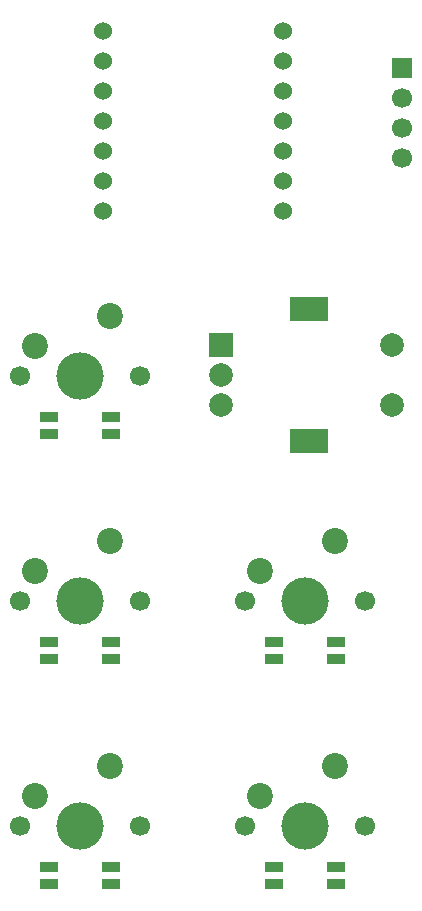
<source format=gbr>
%TF.GenerationSoftware,KiCad,Pcbnew,9.0.7*%
%TF.CreationDate,2026-01-29T22:12:25-06:00*%
%TF.ProjectId,macropad,6d616372-6f70-4616-942e-6b696361645f,rev?*%
%TF.SameCoordinates,Original*%
%TF.FileFunction,Soldermask,Bot*%
%TF.FilePolarity,Negative*%
%FSLAX46Y46*%
G04 Gerber Fmt 4.6, Leading zero omitted, Abs format (unit mm)*
G04 Created by KiCad (PCBNEW 9.0.7) date 2026-01-29 22:12:25*
%MOMM*%
%LPD*%
G01*
G04 APERTURE LIST*
G04 Aperture macros list*
%AMRoundRect*
0 Rectangle with rounded corners*
0 $1 Rounding radius*
0 $2 $3 $4 $5 $6 $7 $8 $9 X,Y pos of 4 corners*
0 Add a 4 corners polygon primitive as box body*
4,1,4,$2,$3,$4,$5,$6,$7,$8,$9,$2,$3,0*
0 Add four circle primitives for the rounded corners*
1,1,$1+$1,$2,$3*
1,1,$1+$1,$4,$5*
1,1,$1+$1,$6,$7*
1,1,$1+$1,$8,$9*
0 Add four rect primitives between the rounded corners*
20,1,$1+$1,$2,$3,$4,$5,0*
20,1,$1+$1,$4,$5,$6,$7,0*
20,1,$1+$1,$6,$7,$8,$9,0*
20,1,$1+$1,$8,$9,$2,$3,0*%
G04 Aperture macros list end*
%ADD10RoundRect,0.082000X-0.718000X0.328000X-0.718000X-0.328000X0.718000X-0.328000X0.718000X0.328000X0*%
%ADD11C,1.700000*%
%ADD12C,4.000000*%
%ADD13C,2.200000*%
%ADD14R,1.700000X1.700000*%
%ADD15C,1.524000*%
%ADD16R,2.000000X2.000000*%
%ADD17C,2.000000*%
%ADD18R,3.200000X2.000000*%
G04 APERTURE END LIST*
D10*
%TO.C,D4*%
X135512501Y-146289358D03*
X135512501Y-147789358D03*
X140712501Y-147789358D03*
X140712501Y-146289358D03*
%TD*%
D11*
%TO.C,SW5*%
X152082500Y-142875000D03*
D12*
X157162500Y-142875000D03*
D11*
X162242500Y-142875000D03*
D13*
X159702500Y-137795000D03*
X153352500Y-140335000D03*
%TD*%
D14*
%TO.C,J1*%
X165337500Y-78630000D03*
D11*
X165337500Y-81170000D03*
X165337500Y-83710000D03*
X165337500Y-86250000D03*
%TD*%
%TO.C,SW3*%
X152082500Y-123825000D03*
D12*
X157162500Y-123825000D03*
D11*
X162242500Y-123825000D03*
D13*
X159702500Y-118745000D03*
X153352500Y-121285000D03*
%TD*%
D10*
%TO.C,D5*%
X154562501Y-146289358D03*
X154562501Y-147789358D03*
X159762501Y-147789358D03*
X159762501Y-146289358D03*
%TD*%
D15*
%TO.C,U1*%
X140017500Y-75510000D03*
X140017500Y-78050000D03*
X140017500Y-80590000D03*
X140017500Y-83130000D03*
X140017500Y-85670000D03*
X140017500Y-88210000D03*
X140017500Y-90750000D03*
X155257500Y-90750000D03*
X155257500Y-88210000D03*
X155257500Y-85670000D03*
X155257500Y-83130000D03*
X155257500Y-80590000D03*
X155257500Y-78050000D03*
X155257500Y-75510000D03*
%TD*%
D11*
%TO.C,SW2*%
X133032500Y-123825000D03*
D12*
X138112500Y-123825000D03*
D11*
X143192500Y-123825000D03*
D13*
X140652500Y-118745000D03*
X134302500Y-121285000D03*
%TD*%
D10*
%TO.C,D2*%
X135512501Y-127239358D03*
X135512501Y-128739358D03*
X140712501Y-128739358D03*
X140712501Y-127239358D03*
%TD*%
%TO.C,D1*%
X135512501Y-108189358D03*
X135512501Y-109689358D03*
X140712501Y-109689358D03*
X140712501Y-108189358D03*
%TD*%
%TO.C,D3*%
X154562501Y-127239358D03*
X154562501Y-128739358D03*
X159762501Y-128739358D03*
X159762501Y-127239358D03*
%TD*%
D11*
%TO.C,SW4*%
X133032500Y-142875000D03*
D12*
X138112500Y-142875000D03*
D11*
X143192500Y-142875000D03*
D13*
X140652500Y-137795000D03*
X134302500Y-140335000D03*
%TD*%
D16*
%TO.C,SW6*%
X150018750Y-102156250D03*
D17*
X150018750Y-107156250D03*
X150018750Y-104656250D03*
D18*
X157518750Y-99056250D03*
X157518750Y-110256250D03*
D17*
X164518750Y-107156250D03*
X164518750Y-102156250D03*
%TD*%
D11*
%TO.C,SW1*%
X133032500Y-104775000D03*
D12*
X138112500Y-104775000D03*
D11*
X143192500Y-104775000D03*
D13*
X140652500Y-99695000D03*
X134302500Y-102235000D03*
%TD*%
M02*

</source>
